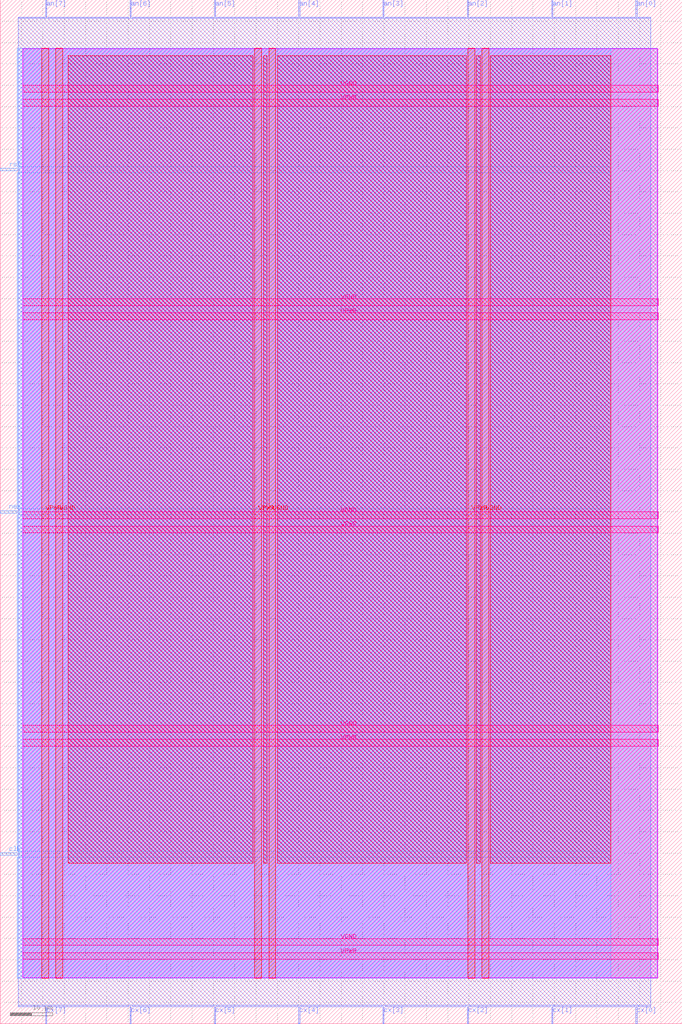
<source format=lef>
VERSION 5.7 ;
  NOWIREEXTENSIONATPIN ON ;
  DIVIDERCHAR "/" ;
  BUSBITCHARS "[]" ;
MACRO Main
  CLASS BLOCK ;
  FOREIGN Main ;
  ORIGIN 0.000 0.000 ;
  SIZE 160.000 BY 240.000 ;
  PIN VGND
    DIRECTION INOUT ;
    USE GROUND ;
    PORT
      LAYER met4 ;
        RECT 13.020 10.640 14.620 228.720 ;
    END
    PORT
      LAYER met4 ;
        RECT 63.020 10.640 64.620 228.720 ;
    END
    PORT
      LAYER met4 ;
        RECT 113.020 10.640 114.620 228.720 ;
    END
    PORT
      LAYER met5 ;
        RECT 5.280 18.380 154.340 19.980 ;
    END
    PORT
      LAYER met5 ;
        RECT 5.280 68.380 154.340 69.980 ;
    END
    PORT
      LAYER met5 ;
        RECT 5.280 118.380 154.340 119.980 ;
    END
    PORT
      LAYER met5 ;
        RECT 5.280 168.380 154.340 169.980 ;
    END
    PORT
      LAYER met5 ;
        RECT 5.280 218.380 154.340 219.980 ;
    END
  END VGND
  PIN VPWR
    DIRECTION INOUT ;
    USE POWER ;
    PORT
      LAYER met4 ;
        RECT 9.720 10.640 11.320 228.720 ;
    END
    PORT
      LAYER met4 ;
        RECT 59.720 10.640 61.320 228.720 ;
    END
    PORT
      LAYER met4 ;
        RECT 109.720 10.640 111.320 228.720 ;
    END
    PORT
      LAYER met5 ;
        RECT 5.280 15.080 154.340 16.680 ;
    END
    PORT
      LAYER met5 ;
        RECT 5.280 65.080 154.340 66.680 ;
    END
    PORT
      LAYER met5 ;
        RECT 5.280 115.080 154.340 116.680 ;
    END
    PORT
      LAYER met5 ;
        RECT 5.280 165.080 154.340 166.680 ;
    END
    PORT
      LAYER met5 ;
        RECT 5.280 215.080 154.340 216.680 ;
    END
  END VPWR
  PIN an[0]
    DIRECTION OUTPUT ;
    USE SIGNAL ;
    ANTENNADIFFAREA 0.340600 ;
    PORT
      LAYER met2 ;
        RECT 149.130 236.000 149.410 240.000 ;
    END
  END an[0]
  PIN an[1]
    DIRECTION OUTPUT ;
    USE SIGNAL ;
    ANTENNADIFFAREA 0.340600 ;
    PORT
      LAYER met2 ;
        RECT 129.350 236.000 129.630 240.000 ;
    END
  END an[1]
  PIN an[2]
    DIRECTION OUTPUT ;
    USE SIGNAL ;
    ANTENNADIFFAREA 0.340600 ;
    PORT
      LAYER met2 ;
        RECT 109.570 236.000 109.850 240.000 ;
    END
  END an[2]
  PIN an[3]
    DIRECTION OUTPUT ;
    USE SIGNAL ;
    ANTENNADIFFAREA 0.340600 ;
    PORT
      LAYER met2 ;
        RECT 89.790 236.000 90.070 240.000 ;
    END
  END an[3]
  PIN an[4]
    DIRECTION OUTPUT ;
    USE SIGNAL ;
    ANTENNADIFFAREA 0.340600 ;
    PORT
      LAYER met2 ;
        RECT 70.010 236.000 70.290 240.000 ;
    END
  END an[4]
  PIN an[5]
    DIRECTION OUTPUT ;
    USE SIGNAL ;
    ANTENNADIFFAREA 0.340600 ;
    PORT
      LAYER met2 ;
        RECT 50.230 236.000 50.510 240.000 ;
    END
  END an[5]
  PIN an[6]
    DIRECTION OUTPUT ;
    USE SIGNAL ;
    ANTENNADIFFAREA 0.340600 ;
    PORT
      LAYER met2 ;
        RECT 30.450 236.000 30.730 240.000 ;
    END
  END an[6]
  PIN an[7]
    DIRECTION OUTPUT ;
    USE SIGNAL ;
    ANTENNADIFFAREA 0.340600 ;
    PORT
      LAYER met2 ;
        RECT 10.670 236.000 10.950 240.000 ;
    END
  END an[7]
  PIN clk
    DIRECTION INPUT ;
    USE SIGNAL ;
    ANTENNAGATEAREA 0.852000 ;
    PORT
      LAYER met3 ;
        RECT 0.000 39.480 4.000 40.080 ;
    END
  END clk
  PIN cx[0]
    DIRECTION OUTPUT ;
    USE SIGNAL ;
    PORT
      LAYER met2 ;
        RECT 149.130 0.000 149.410 4.000 ;
    END
  END cx[0]
  PIN cx[1]
    DIRECTION OUTPUT ;
    USE SIGNAL ;
    ANTENNADIFFAREA 0.340600 ;
    PORT
      LAYER met2 ;
        RECT 129.350 0.000 129.630 4.000 ;
    END
  END cx[1]
  PIN cx[2]
    DIRECTION OUTPUT ;
    USE SIGNAL ;
    ANTENNADIFFAREA 0.340600 ;
    PORT
      LAYER met2 ;
        RECT 109.570 0.000 109.850 4.000 ;
    END
  END cx[2]
  PIN cx[3]
    DIRECTION OUTPUT ;
    USE SIGNAL ;
    ANTENNADIFFAREA 0.340600 ;
    PORT
      LAYER met2 ;
        RECT 89.790 0.000 90.070 4.000 ;
    END
  END cx[3]
  PIN cx[4]
    DIRECTION OUTPUT ;
    USE SIGNAL ;
    ANTENNADIFFAREA 0.340600 ;
    PORT
      LAYER met2 ;
        RECT 70.010 0.000 70.290 4.000 ;
    END
  END cx[4]
  PIN cx[5]
    DIRECTION OUTPUT ;
    USE SIGNAL ;
    ANTENNADIFFAREA 0.340600 ;
    PORT
      LAYER met2 ;
        RECT 50.230 0.000 50.510 4.000 ;
    END
  END cx[5]
  PIN cx[6]
    DIRECTION OUTPUT ;
    USE SIGNAL ;
    ANTENNADIFFAREA 0.340600 ;
    PORT
      LAYER met2 ;
        RECT 30.450 0.000 30.730 4.000 ;
    END
  END cx[6]
  PIN cx[7]
    DIRECTION OUTPUT ;
    USE SIGNAL ;
    ANTENNADIFFAREA 0.340600 ;
    PORT
      LAYER met2 ;
        RECT 10.670 0.000 10.950 4.000 ;
    END
  END cx[7]
  PIN next
    DIRECTION INPUT ;
    USE SIGNAL ;
    ANTENNAGATEAREA 0.126000 ;
    PORT
      LAYER met3 ;
        RECT 0.000 119.720 4.000 120.320 ;
    END
  END next
  PIN rst
    DIRECTION INPUT ;
    USE SIGNAL ;
    ANTENNAGATEAREA 0.159000 ;
    PORT
      LAYER met3 ;
        RECT 0.000 199.960 4.000 200.560 ;
    END
  END rst
  OBS
      LAYER nwell ;
        RECT 5.330 10.795 154.290 228.565 ;
      LAYER li1 ;
        RECT 5.520 10.795 154.100 228.565 ;
      LAYER met1 ;
        RECT 4.210 10.640 154.100 228.720 ;
      LAYER met2 ;
        RECT 4.230 235.720 10.390 236.000 ;
        RECT 11.230 235.720 30.170 236.000 ;
        RECT 31.010 235.720 49.950 236.000 ;
        RECT 50.790 235.720 69.730 236.000 ;
        RECT 70.570 235.720 89.510 236.000 ;
        RECT 90.350 235.720 109.290 236.000 ;
        RECT 110.130 235.720 129.070 236.000 ;
        RECT 129.910 235.720 148.850 236.000 ;
        RECT 149.690 235.720 152.620 236.000 ;
        RECT 4.230 4.280 152.620 235.720 ;
        RECT 4.230 4.000 10.390 4.280 ;
        RECT 11.230 4.000 30.170 4.280 ;
        RECT 31.010 4.000 49.950 4.280 ;
        RECT 50.790 4.000 69.730 4.280 ;
        RECT 70.570 4.000 89.510 4.280 ;
        RECT 90.350 4.000 109.290 4.280 ;
        RECT 110.130 4.000 129.070 4.280 ;
        RECT 129.910 4.000 148.850 4.280 ;
        RECT 149.690 4.000 152.620 4.280 ;
      LAYER met3 ;
        RECT 3.990 200.960 143.250 228.645 ;
        RECT 4.400 199.560 143.250 200.960 ;
        RECT 3.990 120.720 143.250 199.560 ;
        RECT 4.400 119.320 143.250 120.720 ;
        RECT 3.990 40.480 143.250 119.320 ;
        RECT 4.400 39.080 143.250 40.480 ;
        RECT 3.990 10.715 143.250 39.080 ;
      LAYER met4 ;
        RECT 15.935 37.575 59.320 226.945 ;
        RECT 61.720 37.575 62.620 226.945 ;
        RECT 65.020 37.575 109.320 226.945 ;
        RECT 111.720 37.575 112.620 226.945 ;
        RECT 115.020 37.575 143.225 226.945 ;
  END
END Main
END LIBRARY


</source>
